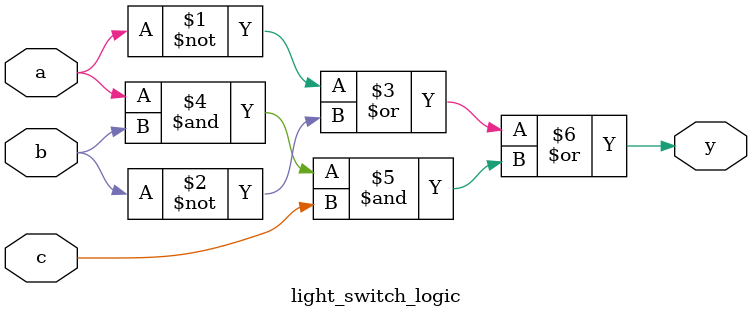
<source format=sv>
/* light_switch_logic.sv

There are 3 switches in a room and every switch can open and close lights.
Truth Table
A  B  C  |  Y
0  0  0  |  0
0  0  1  |  1
0  1  0  |  1
0  1  1  |  0
1  0  0  |  1
1  0  1  |  0
1  1  0  |  0
1  1  1  |  1

Boolean: A' + B' + ABC
*/

module light_switch_logic (
    input logic a, b, c, 
    output logic y
);

    assign y = ~a | ~b | a & b & c; 

endmodule 
</source>
